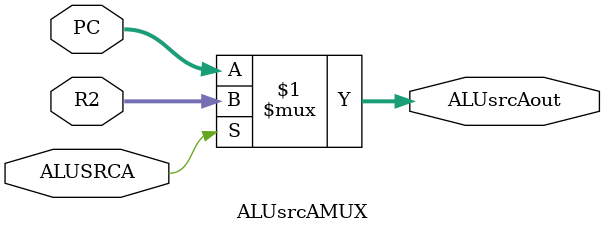
<source format=v>
`timescale 1ns / 1ps
module ALUsrcAMUX(ALUsrcAout, PC, R2, ALUSRCA);
output 	[31:0] ALUsrcAout;
input 	[31:0] PC, R2;
input 	ALUSRCA;

assign ALUsrcAout = (ALUSRCA) ? R2:PC; 

endmodule

</source>
